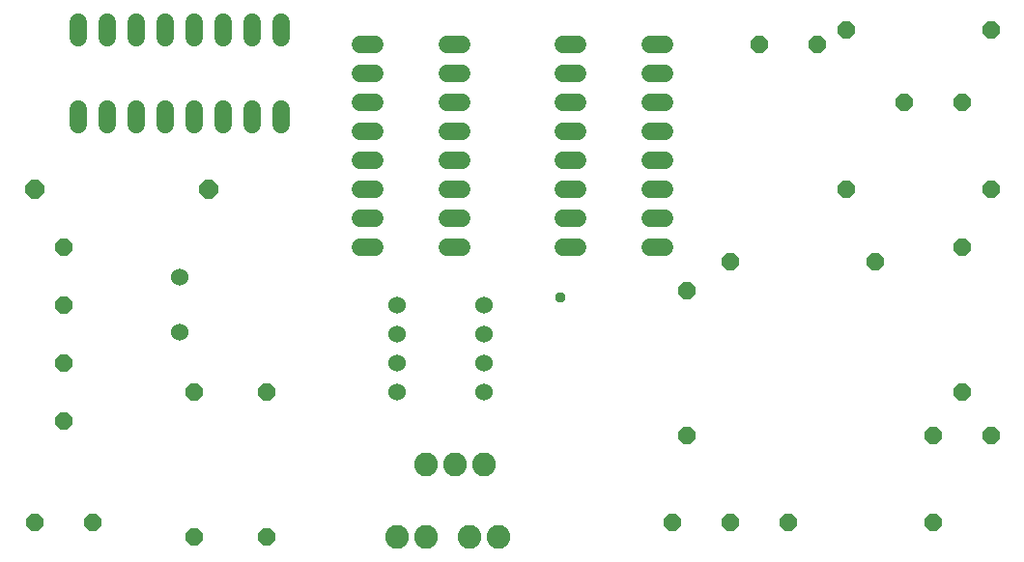
<source format=gbr>
G04 EAGLE Gerber RS-274X export*
G75*
%MOMM*%
%FSLAX34Y34*%
%LPD*%
%INSoldermask Bottom*%
%IPPOS*%
%AMOC8*
5,1,8,0,0,1.08239X$1,22.5*%
G01*
%ADD10P,1.649562X8X22.500000*%
%ADD11P,1.649562X8X202.500000*%
%ADD12C,1.524000*%
%ADD13C,1.524000*%
%ADD14C,2.082800*%
%ADD15P,1.649562X8X112.500000*%
%ADD16P,1.759533X8X202.500000*%
%ADD17P,1.649562X8X292.500000*%
%ADD18C,0.959600*%


D10*
X660400Y762000D03*
X711200Y762000D03*
D11*
X863600Y419100D03*
X812800Y419100D03*
X812800Y342900D03*
X685800Y342900D03*
D10*
X736600Y635000D03*
X863600Y635000D03*
D12*
X152400Y557530D03*
X152400Y509270D03*
D13*
X310896Y762000D02*
X324104Y762000D01*
X324104Y736600D02*
X310896Y736600D01*
X310896Y609600D02*
X324104Y609600D01*
X324104Y584200D02*
X310896Y584200D01*
X310896Y711200D02*
X324104Y711200D01*
X324104Y685800D02*
X310896Y685800D01*
X310896Y635000D02*
X324104Y635000D01*
X324104Y660400D02*
X310896Y660400D01*
X387096Y584200D02*
X400304Y584200D01*
X400304Y609600D02*
X387096Y609600D01*
X387096Y635000D02*
X400304Y635000D01*
X400304Y660400D02*
X387096Y660400D01*
X387096Y685800D02*
X400304Y685800D01*
X400304Y711200D02*
X387096Y711200D01*
X387096Y736600D02*
X400304Y736600D01*
X400304Y762000D02*
X387096Y762000D01*
D12*
X342900Y533400D03*
X342900Y508000D03*
X419100Y508000D03*
X419100Y533400D03*
X342900Y482600D03*
X342900Y457200D03*
X419100Y482600D03*
X419100Y457200D03*
D13*
X63500Y691896D02*
X63500Y705104D01*
X88900Y705104D02*
X88900Y691896D01*
X215900Y691896D02*
X215900Y705104D01*
X241300Y705104D02*
X241300Y691896D01*
X114300Y691896D02*
X114300Y705104D01*
X139700Y705104D02*
X139700Y691896D01*
X190500Y691896D02*
X190500Y705104D01*
X165100Y705104D02*
X165100Y691896D01*
X241300Y768096D02*
X241300Y781304D01*
X215900Y781304D02*
X215900Y768096D01*
X190500Y768096D02*
X190500Y781304D01*
X165100Y781304D02*
X165100Y768096D01*
X139700Y768096D02*
X139700Y781304D01*
X114300Y781304D02*
X114300Y768096D01*
X88900Y768096D02*
X88900Y781304D01*
X63500Y781304D02*
X63500Y768096D01*
D14*
X342900Y330200D03*
X368300Y330200D03*
X406400Y330200D03*
X431800Y330200D03*
X368300Y393700D03*
X393700Y393700D03*
X419100Y393700D03*
D15*
X50800Y431800D03*
X50800Y482600D03*
X165100Y330200D03*
X165100Y457200D03*
X228600Y330200D03*
X228600Y457200D03*
D10*
X787400Y711200D03*
X838200Y711200D03*
X584200Y342900D03*
X635000Y342900D03*
D16*
X177800Y635000D03*
X25400Y635000D03*
D11*
X863600Y774700D03*
X736600Y774700D03*
D15*
X838200Y457200D03*
X838200Y584200D03*
X596900Y419100D03*
X596900Y546100D03*
D10*
X635000Y571500D03*
X762000Y571500D03*
D13*
X501904Y762000D02*
X488696Y762000D01*
X488696Y736600D02*
X501904Y736600D01*
X501904Y609600D02*
X488696Y609600D01*
X488696Y584200D02*
X501904Y584200D01*
X501904Y711200D02*
X488696Y711200D01*
X488696Y685800D02*
X501904Y685800D01*
X501904Y635000D02*
X488696Y635000D01*
X488696Y660400D02*
X501904Y660400D01*
X564896Y584200D02*
X578104Y584200D01*
X578104Y609600D02*
X564896Y609600D01*
X564896Y635000D02*
X578104Y635000D01*
X578104Y660400D02*
X564896Y660400D01*
X564896Y685800D02*
X578104Y685800D01*
X578104Y711200D02*
X564896Y711200D01*
X564896Y736600D02*
X578104Y736600D01*
X578104Y762000D02*
X564896Y762000D01*
D17*
X50800Y584200D03*
X50800Y533400D03*
D10*
X25400Y342900D03*
X76200Y342900D03*
D18*
X486000Y540000D03*
M02*

</source>
